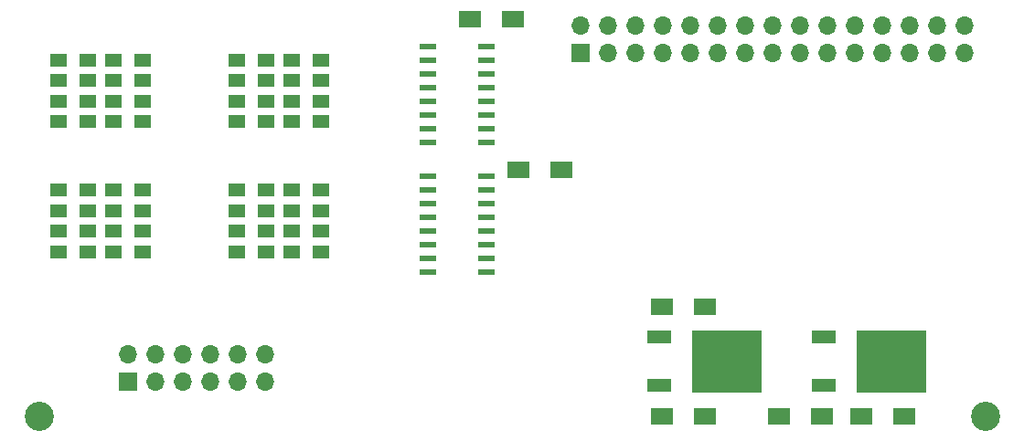
<source format=gbr>
G04 #@! TF.FileFunction,Soldermask,Top*
%FSLAX46Y46*%
G04 Gerber Fmt 4.6, Leading zero omitted, Abs format (unit mm)*
G04 Created by KiCad (PCBNEW 4.0.7) date 09/14/18 18:18:36*
%MOMM*%
%LPD*%
G01*
G04 APERTURE LIST*
%ADD10C,0.100000*%
%ADD11C,2.700000*%
%ADD12R,2.000000X1.600000*%
%ADD13R,1.500000X1.300000*%
%ADD14R,1.700000X1.700000*%
%ADD15O,1.700000X1.700000*%
%ADD16R,1.500000X0.600000*%
%ADD17R,2.200000X1.200000*%
%ADD18R,6.400000X5.800000*%
G04 APERTURE END LIST*
D10*
D11*
X76200000Y-151130000D03*
D12*
X148685000Y-151130000D03*
X144685000Y-151130000D03*
X133890000Y-140970000D03*
X137890000Y-140970000D03*
X133890000Y-151130000D03*
X137890000Y-151130000D03*
X156305000Y-151130000D03*
X152305000Y-151130000D03*
D13*
X83105000Y-118110000D03*
X85805000Y-118110000D03*
X83105000Y-120015000D03*
X85805000Y-120015000D03*
X83105000Y-121920000D03*
X85805000Y-121920000D03*
X83105000Y-123825000D03*
X85805000Y-123825000D03*
X83105000Y-130175000D03*
X85805000Y-130175000D03*
X83105000Y-132080000D03*
X85805000Y-132080000D03*
X83105000Y-133985000D03*
X85805000Y-133985000D03*
X83105000Y-135890000D03*
X85805000Y-135890000D03*
D14*
X84455000Y-147955000D03*
D15*
X84455000Y-145415000D03*
X86995000Y-147955000D03*
X86995000Y-145415000D03*
X89535000Y-147955000D03*
X89535000Y-145415000D03*
X92075000Y-147955000D03*
X92075000Y-145415000D03*
X94615000Y-147955000D03*
X94615000Y-145415000D03*
X97155000Y-147955000D03*
X97155000Y-145415000D03*
D16*
X112235000Y-116840000D03*
X112235000Y-118110000D03*
X112235000Y-119380000D03*
X112235000Y-120650000D03*
X112235000Y-121920000D03*
X112235000Y-123190000D03*
X112235000Y-124460000D03*
X112235000Y-125730000D03*
X117635000Y-125730000D03*
X117635000Y-124460000D03*
X117635000Y-123190000D03*
X117635000Y-121920000D03*
X117635000Y-120650000D03*
X117635000Y-119380000D03*
X117635000Y-118110000D03*
X117635000Y-116840000D03*
X112235000Y-128905000D03*
X112235000Y-130175000D03*
X112235000Y-131445000D03*
X112235000Y-132715000D03*
X112235000Y-133985000D03*
X112235000Y-135255000D03*
X112235000Y-136525000D03*
X112235000Y-137795000D03*
X117635000Y-137795000D03*
X117635000Y-136525000D03*
X117635000Y-135255000D03*
X117635000Y-133985000D03*
X117635000Y-132715000D03*
X117635000Y-131445000D03*
X117635000Y-130175000D03*
X117635000Y-128905000D03*
D14*
X126365000Y-117475000D03*
D15*
X126365000Y-114935000D03*
X128905000Y-117475000D03*
X128905000Y-114935000D03*
X131445000Y-117475000D03*
X131445000Y-114935000D03*
X133985000Y-117475000D03*
X133985000Y-114935000D03*
X136525000Y-117475000D03*
X136525000Y-114935000D03*
X139065000Y-117475000D03*
X139065000Y-114935000D03*
X141605000Y-117475000D03*
X141605000Y-114935000D03*
X144145000Y-117475000D03*
X144145000Y-114935000D03*
X146685000Y-117475000D03*
X146685000Y-114935000D03*
X149225000Y-117475000D03*
X149225000Y-114935000D03*
X151765000Y-117475000D03*
X151765000Y-114935000D03*
X154305000Y-117475000D03*
X154305000Y-114935000D03*
X156845000Y-117475000D03*
X156845000Y-114935000D03*
X159385000Y-117475000D03*
X159385000Y-114935000D03*
X161925000Y-117475000D03*
X161925000Y-114935000D03*
D13*
X78025000Y-118110000D03*
X80725000Y-118110000D03*
X78025000Y-120015000D03*
X80725000Y-120015000D03*
X78025000Y-121920000D03*
X80725000Y-121920000D03*
X78025000Y-123825000D03*
X80725000Y-123825000D03*
X78025000Y-130175000D03*
X80725000Y-130175000D03*
X78025000Y-132080000D03*
X80725000Y-132080000D03*
X78025000Y-133985000D03*
X80725000Y-133985000D03*
X78025000Y-135890000D03*
X80725000Y-135890000D03*
X94535000Y-118110000D03*
X97235000Y-118110000D03*
X99615000Y-118110000D03*
X102315000Y-118110000D03*
X94535000Y-130175000D03*
X97235000Y-130175000D03*
X99615000Y-130175000D03*
X102315000Y-130175000D03*
X94535000Y-120015000D03*
X97235000Y-120015000D03*
X99615000Y-120015000D03*
X102315000Y-120015000D03*
X94535000Y-132080000D03*
X97235000Y-132080000D03*
X99615000Y-132080000D03*
X102315000Y-132080000D03*
X94535000Y-121920000D03*
X97235000Y-121920000D03*
X99615000Y-121920000D03*
X102315000Y-121920000D03*
X94535000Y-133985000D03*
X97235000Y-133985000D03*
X99615000Y-133985000D03*
X102315000Y-133985000D03*
X94535000Y-123825000D03*
X97235000Y-123825000D03*
X99615000Y-123825000D03*
X102315000Y-123825000D03*
X94535000Y-135890000D03*
X97235000Y-135890000D03*
X99615000Y-135890000D03*
X102315000Y-135890000D03*
D17*
X133595000Y-143770000D03*
X133595000Y-148330000D03*
D18*
X139895000Y-146050000D03*
D17*
X148835000Y-143770000D03*
X148835000Y-148330000D03*
D18*
X155135000Y-146050000D03*
D12*
X120555000Y-128270000D03*
X124555000Y-128270000D03*
X120110000Y-114300000D03*
X116110000Y-114300000D03*
D11*
X163830000Y-151130000D03*
M02*

</source>
